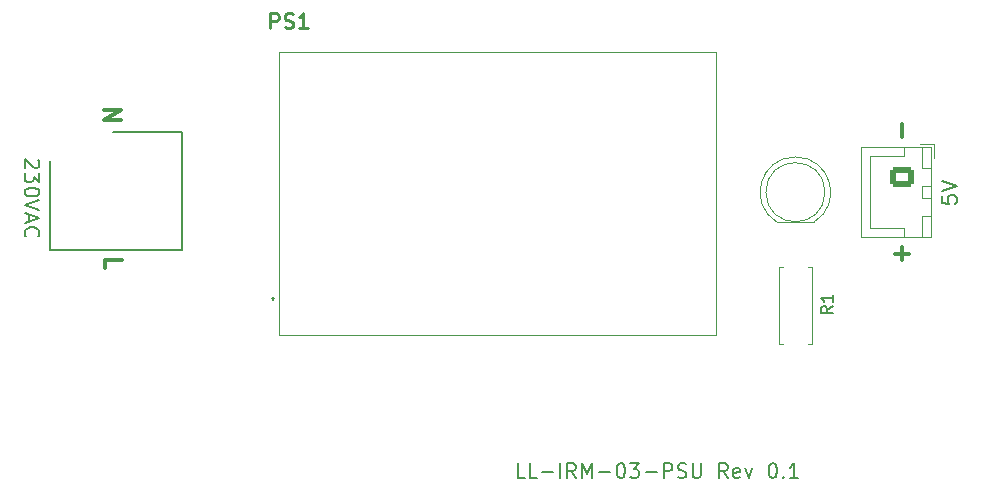
<source format=gto>
G04 #@! TF.GenerationSoftware,KiCad,Pcbnew,(6.0.9)*
G04 #@! TF.CreationDate,2022-11-27T02:50:24+01:00*
G04 #@! TF.ProjectId,ll-irm-psu-board,6c6c2d69-726d-42d7-9073-752d626f6172,0.1*
G04 #@! TF.SameCoordinates,Original*
G04 #@! TF.FileFunction,Legend,Top*
G04 #@! TF.FilePolarity,Positive*
%FSLAX46Y46*%
G04 Gerber Fmt 4.6, Leading zero omitted, Abs format (unit mm)*
G04 Created by KiCad (PCBNEW (6.0.9)) date 2022-11-27 02:50:24*
%MOMM*%
%LPD*%
G01*
G04 APERTURE LIST*
G04 Aperture macros list*
%AMRoundRect*
0 Rectangle with rounded corners*
0 $1 Rounding radius*
0 $2 $3 $4 $5 $6 $7 $8 $9 X,Y pos of 4 corners*
0 Add a 4 corners polygon primitive as box body*
4,1,4,$2,$3,$4,$5,$6,$7,$8,$9,$2,$3,0*
0 Add four circle primitives for the rounded corners*
1,1,$1+$1,$2,$3*
1,1,$1+$1,$4,$5*
1,1,$1+$1,$6,$7*
1,1,$1+$1,$8,$9*
0 Add four rect primitives between the rounded corners*
20,1,$1+$1,$2,$3,$4,$5,0*
20,1,$1+$1,$4,$5,$6,$7,0*
20,1,$1+$1,$6,$7,$8,$9,0*
20,1,$1+$1,$8,$9,$2,$3,0*%
G04 Aperture macros list end*
%ADD10C,0.200000*%
%ADD11C,0.300000*%
%ADD12C,0.254000*%
%ADD13C,0.150000*%
%ADD14C,0.120000*%
%ADD15C,0.100000*%
%ADD16RoundRect,0.250000X-0.750000X0.600000X-0.750000X-0.600000X0.750000X-0.600000X0.750000X0.600000X0*%
%ADD17O,2.000000X1.700000*%
%ADD18R,1.800000X1.800000*%
%ADD19C,1.800000*%
%ADD20C,6.750000*%
%ADD21C,2.000000*%
%ADD22C,3.200000*%
%ADD23R,1.950000X1.950000*%
%ADD24C,1.950000*%
%ADD25C,1.600000*%
%ADD26O,1.600000X1.600000*%
G04 APERTURE END LIST*
D10*
X103479761Y-86365476D02*
X102884523Y-86365476D01*
X102884523Y-85115476D01*
X104491666Y-86365476D02*
X103896428Y-86365476D01*
X103896428Y-85115476D01*
X104908333Y-85889285D02*
X105860714Y-85889285D01*
X106455952Y-86365476D02*
X106455952Y-85115476D01*
X107765476Y-86365476D02*
X107348809Y-85770238D01*
X107051190Y-86365476D02*
X107051190Y-85115476D01*
X107527380Y-85115476D01*
X107646428Y-85175000D01*
X107705952Y-85234523D01*
X107765476Y-85353571D01*
X107765476Y-85532142D01*
X107705952Y-85651190D01*
X107646428Y-85710714D01*
X107527380Y-85770238D01*
X107051190Y-85770238D01*
X108301190Y-86365476D02*
X108301190Y-85115476D01*
X108717857Y-86008333D01*
X109134523Y-85115476D01*
X109134523Y-86365476D01*
X109729761Y-85889285D02*
X110682142Y-85889285D01*
X111515476Y-85115476D02*
X111634523Y-85115476D01*
X111753571Y-85175000D01*
X111813095Y-85234523D01*
X111872619Y-85353571D01*
X111932142Y-85591666D01*
X111932142Y-85889285D01*
X111872619Y-86127380D01*
X111813095Y-86246428D01*
X111753571Y-86305952D01*
X111634523Y-86365476D01*
X111515476Y-86365476D01*
X111396428Y-86305952D01*
X111336904Y-86246428D01*
X111277380Y-86127380D01*
X111217857Y-85889285D01*
X111217857Y-85591666D01*
X111277380Y-85353571D01*
X111336904Y-85234523D01*
X111396428Y-85175000D01*
X111515476Y-85115476D01*
X112348809Y-85115476D02*
X113122619Y-85115476D01*
X112705952Y-85591666D01*
X112884523Y-85591666D01*
X113003571Y-85651190D01*
X113063095Y-85710714D01*
X113122619Y-85829761D01*
X113122619Y-86127380D01*
X113063095Y-86246428D01*
X113003571Y-86305952D01*
X112884523Y-86365476D01*
X112527380Y-86365476D01*
X112408333Y-86305952D01*
X112348809Y-86246428D01*
X113658333Y-85889285D02*
X114610714Y-85889285D01*
X115205952Y-86365476D02*
X115205952Y-85115476D01*
X115682142Y-85115476D01*
X115801190Y-85175000D01*
X115860714Y-85234523D01*
X115920238Y-85353571D01*
X115920238Y-85532142D01*
X115860714Y-85651190D01*
X115801190Y-85710714D01*
X115682142Y-85770238D01*
X115205952Y-85770238D01*
X116396428Y-86305952D02*
X116575000Y-86365476D01*
X116872619Y-86365476D01*
X116991666Y-86305952D01*
X117051190Y-86246428D01*
X117110714Y-86127380D01*
X117110714Y-86008333D01*
X117051190Y-85889285D01*
X116991666Y-85829761D01*
X116872619Y-85770238D01*
X116634523Y-85710714D01*
X116515476Y-85651190D01*
X116455952Y-85591666D01*
X116396428Y-85472619D01*
X116396428Y-85353571D01*
X116455952Y-85234523D01*
X116515476Y-85175000D01*
X116634523Y-85115476D01*
X116932142Y-85115476D01*
X117110714Y-85175000D01*
X117646428Y-85115476D02*
X117646428Y-86127380D01*
X117705952Y-86246428D01*
X117765476Y-86305952D01*
X117884523Y-86365476D01*
X118122619Y-86365476D01*
X118241666Y-86305952D01*
X118301190Y-86246428D01*
X118360714Y-86127380D01*
X118360714Y-85115476D01*
X120622619Y-86365476D02*
X120205952Y-85770238D01*
X119908333Y-86365476D02*
X119908333Y-85115476D01*
X120384523Y-85115476D01*
X120503571Y-85175000D01*
X120563095Y-85234523D01*
X120622619Y-85353571D01*
X120622619Y-85532142D01*
X120563095Y-85651190D01*
X120503571Y-85710714D01*
X120384523Y-85770238D01*
X119908333Y-85770238D01*
X121634523Y-86305952D02*
X121515476Y-86365476D01*
X121277380Y-86365476D01*
X121158333Y-86305952D01*
X121098809Y-86186904D01*
X121098809Y-85710714D01*
X121158333Y-85591666D01*
X121277380Y-85532142D01*
X121515476Y-85532142D01*
X121634523Y-85591666D01*
X121694047Y-85710714D01*
X121694047Y-85829761D01*
X121098809Y-85948809D01*
X122110714Y-85532142D02*
X122408333Y-86365476D01*
X122705952Y-85532142D01*
X124372619Y-85115476D02*
X124491666Y-85115476D01*
X124610714Y-85175000D01*
X124670238Y-85234523D01*
X124729761Y-85353571D01*
X124789285Y-85591666D01*
X124789285Y-85889285D01*
X124729761Y-86127380D01*
X124670238Y-86246428D01*
X124610714Y-86305952D01*
X124491666Y-86365476D01*
X124372619Y-86365476D01*
X124253571Y-86305952D01*
X124194047Y-86246428D01*
X124134523Y-86127380D01*
X124075000Y-85889285D01*
X124075000Y-85591666D01*
X124134523Y-85353571D01*
X124194047Y-85234523D01*
X124253571Y-85175000D01*
X124372619Y-85115476D01*
X125325000Y-86246428D02*
X125384523Y-86305952D01*
X125325000Y-86365476D01*
X125265476Y-86305952D01*
X125325000Y-86246428D01*
X125325000Y-86365476D01*
X126575000Y-86365476D02*
X125860714Y-86365476D01*
X126217857Y-86365476D02*
X126217857Y-85115476D01*
X126098809Y-85294047D01*
X125979761Y-85413095D01*
X125860714Y-85472619D01*
D11*
X135407142Y-57521428D02*
X135407142Y-56378571D01*
X135357142Y-67921428D02*
X135357142Y-66778571D01*
X135928571Y-67350000D02*
X134785714Y-67350000D01*
D10*
X138765476Y-62488095D02*
X138765476Y-63083333D01*
X139360714Y-63142857D01*
X139301190Y-63083333D01*
X139241666Y-62964285D01*
X139241666Y-62666666D01*
X139301190Y-62547619D01*
X139360714Y-62488095D01*
X139479761Y-62428571D01*
X139777380Y-62428571D01*
X139896428Y-62488095D01*
X139955952Y-62547619D01*
X140015476Y-62666666D01*
X140015476Y-62964285D01*
X139955952Y-63083333D01*
X139896428Y-63142857D01*
X138765476Y-62071428D02*
X140015476Y-61654761D01*
X138765476Y-61238095D01*
D11*
X67771428Y-55171428D02*
X69271428Y-55171428D01*
X67771428Y-56028571D01*
X69271428Y-56028571D01*
X67871428Y-68614285D02*
X67871428Y-67900000D01*
X69371428Y-67900000D01*
D10*
X62215476Y-59405952D02*
X62275000Y-59465476D01*
X62334523Y-59584523D01*
X62334523Y-59882142D01*
X62275000Y-60001190D01*
X62215476Y-60060714D01*
X62096428Y-60120238D01*
X61977380Y-60120238D01*
X61798809Y-60060714D01*
X61084523Y-59346428D01*
X61084523Y-60120238D01*
X62334523Y-60536904D02*
X62334523Y-61310714D01*
X61858333Y-60894047D01*
X61858333Y-61072619D01*
X61798809Y-61191666D01*
X61739285Y-61251190D01*
X61620238Y-61310714D01*
X61322619Y-61310714D01*
X61203571Y-61251190D01*
X61144047Y-61191666D01*
X61084523Y-61072619D01*
X61084523Y-60715476D01*
X61144047Y-60596428D01*
X61203571Y-60536904D01*
X62334523Y-62084523D02*
X62334523Y-62203571D01*
X62275000Y-62322619D01*
X62215476Y-62382142D01*
X62096428Y-62441666D01*
X61858333Y-62501190D01*
X61560714Y-62501190D01*
X61322619Y-62441666D01*
X61203571Y-62382142D01*
X61144047Y-62322619D01*
X61084523Y-62203571D01*
X61084523Y-62084523D01*
X61144047Y-61965476D01*
X61203571Y-61905952D01*
X61322619Y-61846428D01*
X61560714Y-61786904D01*
X61858333Y-61786904D01*
X62096428Y-61846428D01*
X62215476Y-61905952D01*
X62275000Y-61965476D01*
X62334523Y-62084523D01*
X62334523Y-62858333D02*
X61084523Y-63275000D01*
X62334523Y-63691666D01*
X61441666Y-64048809D02*
X61441666Y-64644047D01*
X61084523Y-63929761D02*
X62334523Y-64346428D01*
X61084523Y-64763095D01*
X61203571Y-65894047D02*
X61144047Y-65834523D01*
X61084523Y-65655952D01*
X61084523Y-65536904D01*
X61144047Y-65358333D01*
X61263095Y-65239285D01*
X61382142Y-65179761D01*
X61620238Y-65120238D01*
X61798809Y-65120238D01*
X62036904Y-65179761D01*
X62155952Y-65239285D01*
X62275000Y-65358333D01*
X62334523Y-65536904D01*
X62334523Y-65655952D01*
X62275000Y-65834523D01*
X62215476Y-65894047D01*
D12*
X81902857Y-48269523D02*
X81902857Y-46999523D01*
X82386666Y-46999523D01*
X82507619Y-47060000D01*
X82568095Y-47120476D01*
X82628571Y-47241428D01*
X82628571Y-47422857D01*
X82568095Y-47543809D01*
X82507619Y-47604285D01*
X82386666Y-47664761D01*
X81902857Y-47664761D01*
X83112380Y-48209047D02*
X83293809Y-48269523D01*
X83596190Y-48269523D01*
X83717142Y-48209047D01*
X83777619Y-48148571D01*
X83838095Y-48027619D01*
X83838095Y-47906666D01*
X83777619Y-47785714D01*
X83717142Y-47725238D01*
X83596190Y-47664761D01*
X83354285Y-47604285D01*
X83233333Y-47543809D01*
X83172857Y-47483333D01*
X83112380Y-47362380D01*
X83112380Y-47241428D01*
X83172857Y-47120476D01*
X83233333Y-47060000D01*
X83354285Y-46999523D01*
X83656666Y-46999523D01*
X83838095Y-47060000D01*
X85047619Y-48269523D02*
X84321904Y-48269523D01*
X84684761Y-48269523D02*
X84684761Y-46999523D01*
X84563809Y-47180952D01*
X84442857Y-47301904D01*
X84321904Y-47362380D01*
D13*
X129502380Y-71816666D02*
X129026190Y-72150000D01*
X129502380Y-72388095D02*
X128502380Y-72388095D01*
X128502380Y-72007142D01*
X128550000Y-71911904D01*
X128597619Y-71864285D01*
X128692857Y-71816666D01*
X128835714Y-71816666D01*
X128930952Y-71864285D01*
X128978571Y-71911904D01*
X129026190Y-72007142D01*
X129026190Y-72388095D01*
X129502380Y-70864285D02*
X129502380Y-71435714D01*
X129502380Y-71150000D02*
X128502380Y-71150000D01*
X128645238Y-71245238D01*
X128740476Y-71340476D01*
X128788095Y-71435714D01*
D14*
X137075000Y-64150000D02*
X137075000Y-65950000D01*
X135575000Y-58350000D02*
X135575000Y-59100000D01*
X135575000Y-65200000D02*
X132625000Y-65200000D01*
X137075000Y-60150000D02*
X137825000Y-60150000D01*
X137825000Y-61650000D02*
X137075000Y-61650000D01*
X135575000Y-59100000D02*
X132625000Y-59100000D01*
X138125000Y-59300000D02*
X138125000Y-58050000D01*
X132625000Y-65200000D02*
X132625000Y-62150000D01*
X137075000Y-58350000D02*
X137075000Y-60150000D01*
X137835000Y-65960000D02*
X137835000Y-58340000D01*
X137835000Y-58340000D02*
X131865000Y-58340000D01*
X137825000Y-64150000D02*
X137075000Y-64150000D01*
X137825000Y-62650000D02*
X137825000Y-61650000D01*
X135575000Y-65950000D02*
X135575000Y-65200000D01*
X137825000Y-65950000D02*
X137825000Y-64150000D01*
X131865000Y-58340000D02*
X131865000Y-65960000D01*
X137825000Y-58350000D02*
X137075000Y-58350000D01*
X131865000Y-65960000D02*
X137835000Y-65960000D01*
X137075000Y-61650000D02*
X137075000Y-62650000D01*
X132625000Y-59100000D02*
X132625000Y-62150000D01*
X137825000Y-60150000D02*
X137825000Y-58350000D01*
X137075000Y-65950000D02*
X137825000Y-65950000D01*
X138125000Y-58050000D02*
X136875000Y-58050000D01*
X137075000Y-62650000D02*
X137825000Y-62650000D01*
X124805000Y-64715000D02*
X127895000Y-64715000D01*
X126350462Y-59165000D02*
G75*
G03*
X124805170Y-64715000I-462J-2990000D01*
G01*
X127894830Y-64715000D02*
G75*
G03*
X126349538Y-59165000I-1544830J2560000D01*
G01*
X128850000Y-62155000D02*
G75*
G03*
X128850000Y-62155000I-2500000J0D01*
G01*
D10*
X82110000Y-71050000D02*
G75*
G03*
X82110000Y-71250000I0J-100000D01*
G01*
X82110000Y-71250000D02*
G75*
G03*
X82110000Y-71050000I0J100000D01*
G01*
X82110000Y-71050000D02*
X82110000Y-71050000D01*
D15*
X82650000Y-74250000D02*
X119650000Y-74250000D01*
X119650000Y-74250000D02*
X119650000Y-50250000D01*
X119650000Y-50250000D02*
X82650000Y-50250000D01*
X82650000Y-50250000D02*
X82650000Y-74250000D01*
D10*
X82110000Y-71250000D02*
X82110000Y-71250000D01*
X74450000Y-67050000D02*
X74450000Y-57050000D01*
X63250000Y-67050000D02*
X74450000Y-67050000D01*
X74450000Y-57050000D02*
X68550000Y-57050000D01*
X63250000Y-59550000D02*
X63250000Y-67050000D01*
D14*
X127720000Y-75020000D02*
X127390000Y-75020000D01*
X125310000Y-68480000D02*
X124980000Y-68480000D01*
X124980000Y-75020000D02*
X125310000Y-75020000D01*
X124980000Y-68480000D02*
X124980000Y-75020000D01*
X127390000Y-68480000D02*
X127720000Y-68480000D01*
X127720000Y-68480000D02*
X127720000Y-75020000D01*
%LPC*%
D16*
X135375000Y-60900000D03*
D17*
X135375000Y-63400000D03*
D18*
X126350000Y-63425000D03*
D19*
X126350000Y-60885000D03*
D20*
X109370000Y-62250000D03*
X92930000Y-62250000D03*
D21*
X111310000Y-53370000D03*
X116390000Y-53370000D03*
X116390000Y-71150000D03*
X90990000Y-71150000D03*
X85910000Y-71150000D03*
D22*
X69250000Y-44760000D03*
D23*
X68550000Y-59550000D03*
D24*
X68550000Y-64550000D03*
D22*
X131740000Y-44760000D03*
X131740000Y-79550000D03*
X69250000Y-79550000D03*
D25*
X126350000Y-67940000D03*
D26*
X126350000Y-75560000D03*
M02*

</source>
